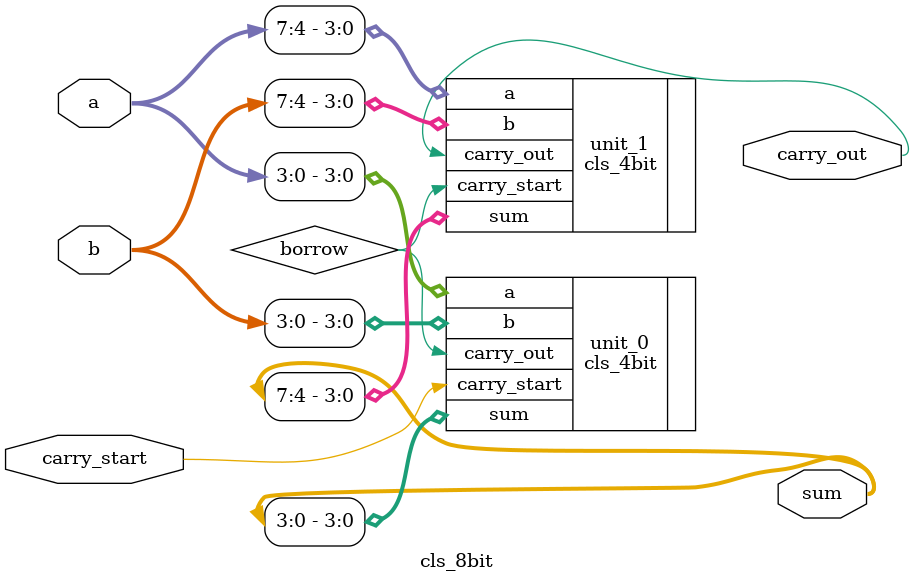
<source format=v>
module cls_8bit(carry_start, a, b, sum, carry_out);
    input carry_start;
    input [7:0] a;
    input [7:0] b;
    output [7:0] sum;
    output carry_out;

    wire borrow;

    cls_4bit unit_0(
        .carry_start(carry_start),
        .a(a[3:0]),
        .b(b[3:0]),
        .sum(sum[3:0]),
        .carry_out(borrow)
    );

    cls_4bit unit_1(
        .carry_start(borrow),
        .a(a[7:4]),
        .b(b[7:4]),
        .sum(sum[7:4]),
        .carry_out(carry_out)
    );

endmodule
</source>
